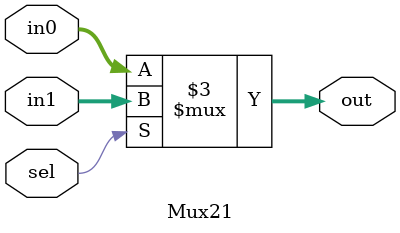
<source format=v>
module Mux21(out, in0,in1, sel);
input [4:0] in0 , in1;
input sel;
output reg [4:0] out;

/*wire outI0, outI1, nsel;
not n0(nsel, sel);
and a1(outI0, in[0], nsel);
and a2(outI1, in[1], sel);
or o1(out, outI0, outI1);*/
always @(*)
begin
if(sel)
begin
out <= #2 in1;
end
else
begin
out <= #2 in0;
end
end
endmodule
</source>
